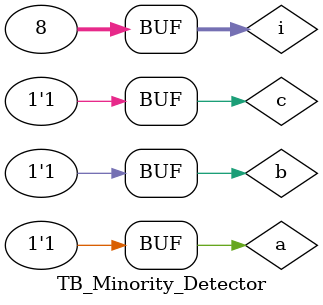
<source format=v>
`timescale 1ns / 1ps

module TB_Minority_Detector;
reg a,b,c;
wire f;
integer i;

Minority_detector dut(a,b,c,f);

initial begin
{a,b,c}=0;
end
initial begin  
for(i=0;i<8;i=i+1) begin
{a,b,c}=i;#10;
end
end
endmodule

</source>
